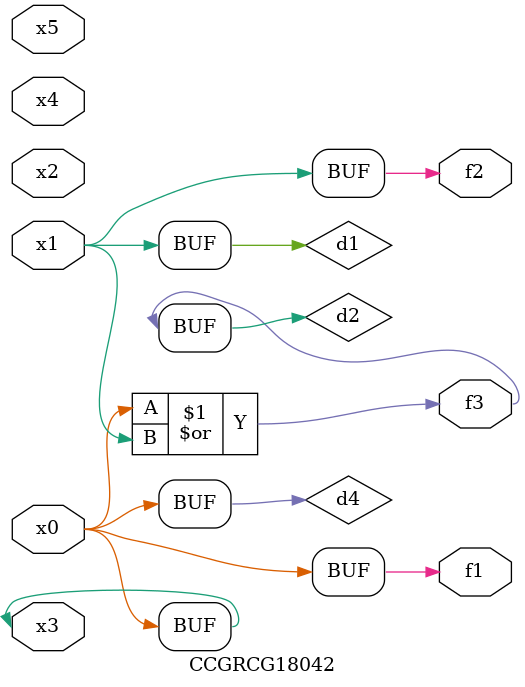
<source format=v>
module CCGRCG18042(
	input x0, x1, x2, x3, x4, x5,
	output f1, f2, f3
);

	wire d1, d2, d3, d4;

	and (d1, x1);
	or (d2, x0, x1);
	nand (d3, x0, x5);
	buf (d4, x0, x3);
	assign f1 = d4;
	assign f2 = d1;
	assign f3 = d2;
endmodule

</source>
